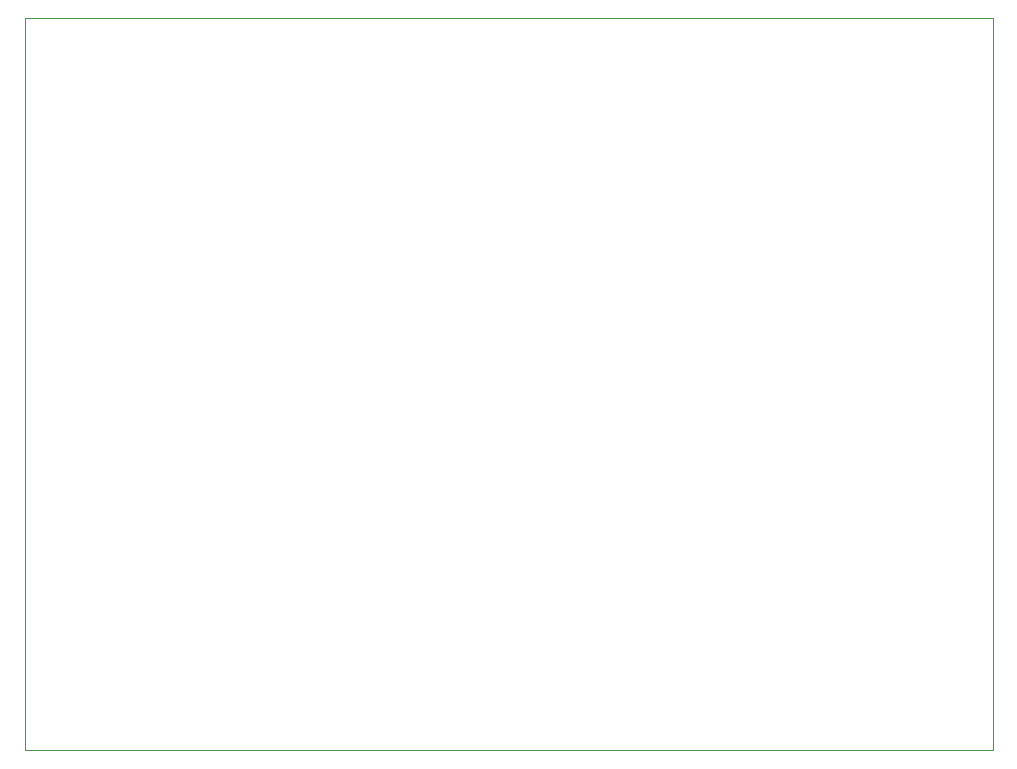
<source format=gm1>
%TF.GenerationSoftware,KiCad,Pcbnew,(5.1.9)-1*%
%TF.CreationDate,2021-12-11T18:31:37-05:00*%
%TF.ProjectId,LN-Stepper_v1_2,4c4e2d53-7465-4707-9065-725f76315f32,rev?*%
%TF.SameCoordinates,Original*%
%TF.FileFunction,Profile,NP*%
%FSLAX46Y46*%
G04 Gerber Fmt 4.6, Leading zero omitted, Abs format (unit mm)*
G04 Created by KiCad (PCBNEW (5.1.9)-1) date 2021-12-11 18:31:37*
%MOMM*%
%LPD*%
G01*
G04 APERTURE LIST*
%TA.AperFunction,Profile*%
%ADD10C,0.050000*%
%TD*%
G04 APERTURE END LIST*
D10*
X194000000Y-132000000D02*
X112000000Y-132000000D01*
X112000000Y-132000000D02*
X112000000Y-70000000D01*
X112000000Y-70000000D02*
X194000000Y-70000000D01*
X194000000Y-70000000D02*
X194000000Y-132000000D01*
M02*

</source>
